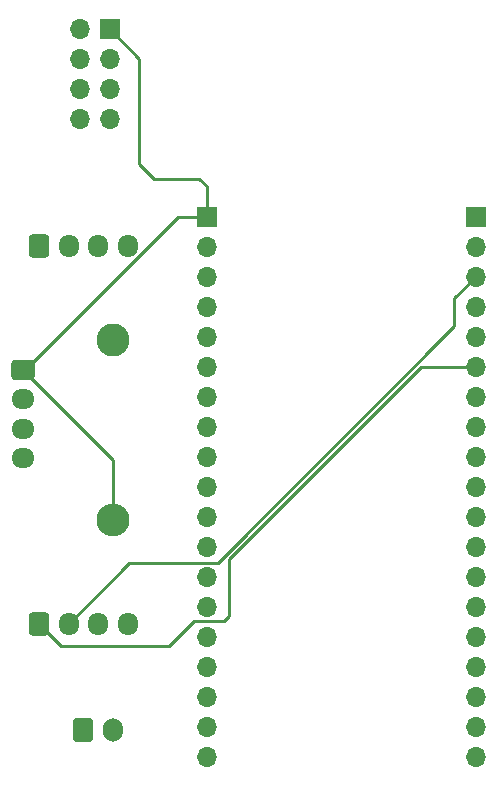
<source format=gbr>
%TF.GenerationSoftware,KiCad,Pcbnew,(6.0.2)*%
%TF.CreationDate,2022-03-10T14:49:54-08:00*%
%TF.ProjectId,node,6e6f6465-2e6b-4696-9361-645f70636258,rev?*%
%TF.SameCoordinates,Original*%
%TF.FileFunction,Copper,L1,Top*%
%TF.FilePolarity,Positive*%
%FSLAX46Y46*%
G04 Gerber Fmt 4.6, Leading zero omitted, Abs format (unit mm)*
G04 Created by KiCad (PCBNEW (6.0.2)) date 2022-03-10 14:49:54*
%MOMM*%
%LPD*%
G01*
G04 APERTURE LIST*
G04 Aperture macros list*
%AMRoundRect*
0 Rectangle with rounded corners*
0 $1 Rounding radius*
0 $2 $3 $4 $5 $6 $7 $8 $9 X,Y pos of 4 corners*
0 Add a 4 corners polygon primitive as box body*
4,1,4,$2,$3,$4,$5,$6,$7,$8,$9,$2,$3,0*
0 Add four circle primitives for the rounded corners*
1,1,$1+$1,$2,$3*
1,1,$1+$1,$4,$5*
1,1,$1+$1,$6,$7*
1,1,$1+$1,$8,$9*
0 Add four rect primitives between the rounded corners*
20,1,$1+$1,$2,$3,$4,$5,0*
20,1,$1+$1,$4,$5,$6,$7,0*
20,1,$1+$1,$6,$7,$8,$9,0*
20,1,$1+$1,$8,$9,$2,$3,0*%
G04 Aperture macros list end*
%TA.AperFunction,ComponentPad*%
%ADD10R,1.700000X1.700000*%
%TD*%
%TA.AperFunction,ComponentPad*%
%ADD11O,1.700000X1.700000*%
%TD*%
%TA.AperFunction,ComponentPad*%
%ADD12RoundRect,0.250000X-0.600000X-0.750000X0.600000X-0.750000X0.600000X0.750000X-0.600000X0.750000X0*%
%TD*%
%TA.AperFunction,ComponentPad*%
%ADD13O,1.700000X2.000000*%
%TD*%
%TA.AperFunction,ComponentPad*%
%ADD14C,2.800000*%
%TD*%
%TA.AperFunction,ComponentPad*%
%ADD15O,2.800000X2.800000*%
%TD*%
%TA.AperFunction,ComponentPad*%
%ADD16RoundRect,0.250000X-0.600000X-0.725000X0.600000X-0.725000X0.600000X0.725000X-0.600000X0.725000X0*%
%TD*%
%TA.AperFunction,ComponentPad*%
%ADD17O,1.700000X1.950000*%
%TD*%
%TA.AperFunction,ComponentPad*%
%ADD18RoundRect,0.250000X-0.725000X0.600000X-0.725000X-0.600000X0.725000X-0.600000X0.725000X0.600000X0*%
%TD*%
%TA.AperFunction,ComponentPad*%
%ADD19O,1.950000X1.700000*%
%TD*%
%TA.AperFunction,Conductor*%
%ADD20C,0.250000*%
%TD*%
G04 APERTURE END LIST*
D10*
%TO.P,J2,1,Pin_1*%
%TO.N,GND*%
X85825400Y-53127500D03*
D11*
%TO.P,J2,2,Pin_2*%
%TO.N,Net-(J2-Pad2)*%
X85825400Y-55667500D03*
%TO.P,J2,3,Pin_3*%
%TO.N,Net-(J2-Pad3)*%
X85825400Y-58207500D03*
%TO.P,J2,4,Pin_4*%
%TO.N,unconnected-(J2-Pad4)*%
X85825400Y-60747500D03*
%TO.P,J2,5,Pin_5*%
%TO.N,unconnected-(J2-Pad5)*%
X85825400Y-63287500D03*
%TO.P,J2,6,Pin_6*%
%TO.N,Net-(J2-Pad6)*%
X85825400Y-65827500D03*
%TO.P,J2,7,Pin_7*%
%TO.N,GND*%
X85825400Y-68367500D03*
%TO.P,J2,8,Pin_8*%
%TO.N,Net-(J2-Pad8)*%
X85825400Y-70907500D03*
%TO.P,J2,9,Pin_9*%
%TO.N,Net-(J2-Pad9)*%
X85825400Y-73447500D03*
%TO.P,J2,10,Pin_10*%
%TO.N,unconnected-(J2-Pad10)*%
X85825400Y-75987500D03*
%TO.P,J2,11,Pin_11*%
%TO.N,unconnected-(J2-Pad11)*%
X85825400Y-78527500D03*
%TO.P,J2,12,Pin_12*%
%TO.N,unconnected-(J2-Pad12)*%
X85825400Y-81067500D03*
%TO.P,J2,13,Pin_13*%
%TO.N,unconnected-(J2-Pad13)*%
X85825400Y-83607500D03*
%TO.P,J2,14,Pin_14*%
%TO.N,unconnected-(J2-Pad14)*%
X85825400Y-86147500D03*
%TO.P,J2,15,Pin_15*%
%TO.N,unconnected-(J2-Pad15)*%
X85825400Y-88687500D03*
%TO.P,J2,16,Pin_16*%
%TO.N,unconnected-(J2-Pad16)*%
X85825400Y-91227500D03*
%TO.P,J2,17,Pin_17*%
%TO.N,unconnected-(J2-Pad17)*%
X85825400Y-93767500D03*
%TO.P,J2,18,Pin_18*%
%TO.N,unconnected-(J2-Pad18)*%
X85825400Y-96307500D03*
%TO.P,J2,19,Pin_19*%
%TO.N,unconnected-(J2-Pad19)*%
X85825400Y-98847500D03*
%TD*%
D12*
%TO.P,J4,1,Pin_1*%
%TO.N,Net-(J1-Pad19)*%
X52624583Y-96527500D03*
D13*
%TO.P,J4,2,Pin_2*%
%TO.N,GND*%
X55124583Y-96527500D03*
%TD*%
D10*
%TO.P,J1,1,Pin_1*%
%TO.N,/3.3V*%
X63085418Y-53127500D03*
D11*
%TO.P,J1,2,Pin_2*%
%TO.N,unconnected-(J1-Pad2)*%
X63085418Y-55667500D03*
%TO.P,J1,3,Pin_3*%
%TO.N,Net-(J1-Pad3)*%
X63085418Y-58207500D03*
%TO.P,J1,4,Pin_4*%
%TO.N,unconnected-(J1-Pad4)*%
X63085418Y-60747500D03*
%TO.P,J1,5,Pin_5*%
%TO.N,Net-(J1-Pad5)*%
X63085418Y-63287500D03*
%TO.P,J1,6,Pin_6*%
%TO.N,unconnected-(J1-Pad6)*%
X63085418Y-65827500D03*
%TO.P,J1,7,Pin_7*%
%TO.N,Net-(J1-Pad7)*%
X63085418Y-68367500D03*
%TO.P,J1,8,Pin_8*%
%TO.N,Net-(J1-Pad8)*%
X63085418Y-70907500D03*
%TO.P,J1,9,Pin_9*%
%TO.N,Net-(J1-Pad9)*%
X63085418Y-73447500D03*
%TO.P,J1,10,Pin_10*%
%TO.N,unconnected-(J1-Pad10)*%
X63085418Y-75987500D03*
%TO.P,J1,11,Pin_11*%
%TO.N,unconnected-(J1-Pad11)*%
X63085418Y-78527500D03*
%TO.P,J1,12,Pin_12*%
%TO.N,unconnected-(J1-Pad12)*%
X63085418Y-81067500D03*
%TO.P,J1,13,Pin_13*%
%TO.N,unconnected-(J1-Pad13)*%
X63085418Y-83607500D03*
%TO.P,J1,14,Pin_14*%
%TO.N,GND*%
X63085418Y-86147500D03*
%TO.P,J1,15,Pin_15*%
%TO.N,unconnected-(J1-Pad15)*%
X63085418Y-88687500D03*
%TO.P,J1,16,Pin_16*%
%TO.N,unconnected-(J1-Pad16)*%
X63085418Y-91227500D03*
%TO.P,J1,17,Pin_17*%
%TO.N,unconnected-(J1-Pad17)*%
X63085418Y-93767500D03*
%TO.P,J1,18,Pin_18*%
%TO.N,unconnected-(J1-Pad18)*%
X63085418Y-96307500D03*
%TO.P,J1,19,Pin_19*%
%TO.N,Net-(J1-Pad19)*%
X63085418Y-98847500D03*
%TD*%
D14*
%TO.P,R1,1*%
%TO.N,Net-(J1-Pad7)*%
X55164583Y-63507500D03*
D15*
%TO.P,R1,2*%
%TO.N,/3.3V*%
X55164583Y-78747500D03*
%TD*%
D16*
%TO.P,J5,1,Pin_1*%
%TO.N,GND*%
X48874583Y-55587500D03*
D17*
%TO.P,J5,2,Pin_2*%
%TO.N,Net-(J1-Pad3)*%
X51374583Y-55587500D03*
%TO.P,J5,3,Pin_3*%
%TO.N,GND*%
X53874583Y-55587500D03*
%TO.P,J5,4,Pin_4*%
%TO.N,Net-(J1-Pad5)*%
X56374583Y-55587500D03*
%TD*%
D18*
%TO.P,J6,1,Pin_1*%
%TO.N,/3.3V*%
X47544583Y-66047500D03*
D19*
%TO.P,J6,2,Pin_2*%
%TO.N,GND*%
X47544583Y-68547500D03*
%TO.P,J6,3,Pin_3*%
%TO.N,Net-(J1-Pad7)*%
X47544583Y-71047500D03*
%TO.P,J6,4,Pin_4*%
%TO.N,unconnected-(J6-Pad4)*%
X47544583Y-73547500D03*
%TD*%
D16*
%TO.P,J7,1,Pin_1*%
%TO.N,Net-(J2-Pad6)*%
X48874583Y-87577500D03*
D17*
%TO.P,J7,2,Pin_2*%
%TO.N,Net-(J2-Pad3)*%
X51374583Y-87577500D03*
%TO.P,J7,3,Pin_3*%
%TO.N,GND*%
X53874583Y-87577500D03*
%TO.P,J7,4,Pin_4*%
%TO.N,/3.3V*%
X56374583Y-87577500D03*
%TD*%
D11*
%TO.P,J3,1,Pin_1*%
%TO.N,unconnected-(J3-Pad1)*%
X54850000Y-44797500D03*
%TO.P,J3,2,Pin_2*%
%TO.N,Net-(J2-Pad8)*%
X52310000Y-44797500D03*
%TO.P,J3,3,Pin_3*%
%TO.N,Net-(J2-Pad2)*%
X54850000Y-42257500D03*
%TO.P,J3,4,Pin_4*%
%TO.N,Net-(J2-Pad9)*%
X52310000Y-42257500D03*
%TO.P,J3,5,Pin_5*%
%TO.N,Net-(J1-Pad9)*%
X54850000Y-39717500D03*
%TO.P,J3,6,Pin_6*%
%TO.N,Net-(J1-Pad8)*%
X52310000Y-39717500D03*
D10*
%TO.P,J3,7,Pin_7*%
%TO.N,/3.3V*%
X54850000Y-37177500D03*
D11*
%TO.P,J3,8,Pin_8*%
%TO.N,GND*%
X52310000Y-37177500D03*
%TD*%
D20*
%TO.N,/3.3V*%
X62450000Y-49877500D02*
X58640000Y-49877500D01*
X57370000Y-48607500D02*
X57370000Y-39697500D01*
X47712500Y-66047500D02*
X60632500Y-53127500D01*
X55164583Y-73667500D02*
X55164583Y-78747500D01*
X63085418Y-53127500D02*
X60632500Y-53127500D01*
X63085418Y-50512918D02*
X62450000Y-49877500D01*
X47544583Y-66047500D02*
X47712500Y-66047500D01*
X57370000Y-39697500D02*
X54850000Y-37177500D01*
X58640000Y-49877500D02*
X57370000Y-48607500D01*
X47544583Y-66047500D02*
X55164583Y-73667500D01*
X63085418Y-53127500D02*
X63085418Y-50512918D01*
%TO.N,Net-(J2-Pad3)*%
X56519094Y-82432989D02*
X63984212Y-82432989D01*
X85825400Y-58207500D02*
X84040000Y-59992900D01*
X63984212Y-82432989D02*
X84040000Y-62377201D01*
X84040000Y-59992900D02*
X84040000Y-62377201D01*
X51374583Y-87577500D02*
X56519094Y-82432989D01*
%TO.N,Net-(J2-Pad6)*%
X64537989Y-87322011D02*
X61997989Y-87322011D01*
X64990000Y-86870000D02*
X64537989Y-87322011D01*
X50707083Y-89410000D02*
X48874583Y-87577500D01*
X64990000Y-82062918D02*
X64990000Y-86870000D01*
X85825400Y-65827500D02*
X81225418Y-65827500D01*
X59910000Y-89410000D02*
X50707083Y-89410000D01*
X61997989Y-87322011D02*
X59910000Y-89410000D01*
X81225418Y-65827500D02*
X64990000Y-82062918D01*
%TD*%
M02*

</source>
